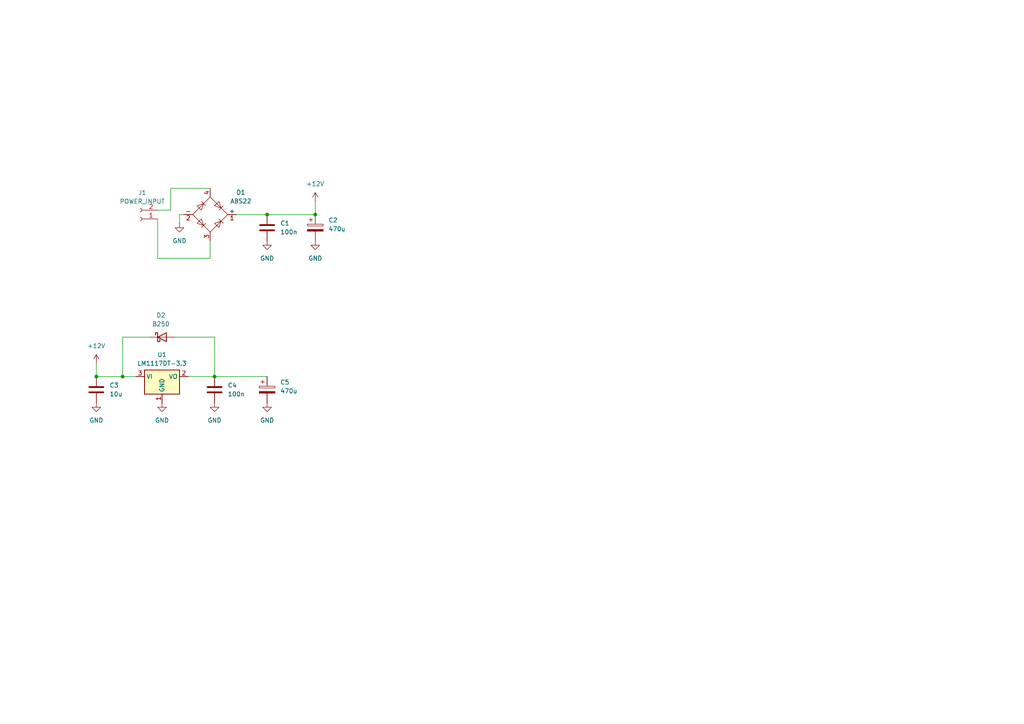
<source format=kicad_sch>
(kicad_sch (version 20231120) (generator "eeschema") (generator_version "8.0")
  (paper "A4")
  (lib_symbols
    (symbol "Connector:Conn_01x02_Socket" (pin_names (offset 1.016) hide)
      (property "Reference" "J" (at 0 2.54 0))
      (property "Value" "Conn_01x02_Socket" (at 0 -5.08 0))
      (symbol "Conn_01x02_Socket_1_1"
        (arc (start 0 -2.032) (mid -0.5058 -2.54) (end 0 -3.048) (stroke (width 0.1524)))
        (polyline (pts (xy -1.27 -2.54) (xy -0.508 -2.54)) (stroke (width 0.1524)))
        (polyline (pts (xy -1.27 0) (xy -0.508 0)) (stroke (width 0.1524)))
        (arc (start 0 0.508) (mid -0.5058 0) (end 0 -0.508) (stroke (width 0.1524)))
        (pin passive line (at -5.08 0 0) (length 3.81) (name "Pin_1") (number "1"))
        (pin passive line (at -5.08 -2.54 0) (length 3.81) (name "Pin_2") (number "2"))
      )
    )
    (symbol "Device:C" (pin_numbers hide) (pin_names (offset 0.254))
      (property "Reference" "C" (at 0.635 2.54 0))
      (property "Value" "C" (at 0.635 -2.54 0))
      (symbol "C_0_1"
        (polyline (pts (xy -2.032 -0.762) (xy 2.032 -0.762)) (stroke (width 0.508)))
        (polyline (pts (xy -2.032 0.762) (xy 2.032 0.762)) (stroke (width 0.508)))
      )
      (symbol "C_1_1"
        (pin passive line (at 0 3.81 270) (length 2.794) (name "~") (number "1"))
        (pin passive line (at 0 -3.81 90) (length 2.794) (name "~") (number "2"))
      )
    )
    (symbol "Device:C_Polarized" (pin_numbers hide) (pin_names (offset 0.254))
      (property "Reference" "C" (at 0.635 2.54 0))
      (property "Value" "C_Polarized" (at 0.635 -2.54 0))
      (symbol "C_Polarized_0_1"
        (rectangle (start -2.286 0.508) (end 2.286 1.016))
        (polyline (pts (xy -1.778 2.286) (xy -0.762 2.286)))
        (polyline (pts (xy -1.27 2.794) (xy -1.27 1.778)))
        (rectangle (start 2.286 -0.508) (end -2.286 -1.016) (fill (type outline)))
      )
      (symbol "C_Polarized_1_1"
        (pin passive line (at 0 3.81 270) (length 2.794) (name "~") (number "1"))
        (pin passive line (at 0 -3.81 90) (length 2.794) (name "~") (number "2"))
      )
    )
    (symbol "Diode:B250" (pin_numbers hide) (pin_names (offset 1.016) hide)
      (property "Reference" "D" (at 0 2.54 0))
      (property "Value" "B250" (at 0 -2.54 0))
      (symbol "B250_0_1"
        (polyline (pts (xy 1.27 0) (xy -1.27 0)))
        (polyline (pts (xy 1.27 1.27) (xy 1.27 -1.27) (xy -1.27 0) (xy 1.27 1.27)) (stroke (width 0.254)))
        (polyline (pts (xy -1.905 0.635) (xy -1.905 1.27) (xy -1.27 1.27) (xy -1.27 -1.27) (xy -0.635 -1.27) (xy -0.635 -0.635)) (stroke (width 0.254)))
      )
      (symbol "B250_1_1"
        (pin passive line (at -3.81 0 0) (length 2.54) (name "K") (number "1"))
        (pin passive line (at 3.81 0 180) (length 2.54) (name "A") (number "2"))
      )
    )
    (symbol "Diode_Bridge:ABS2" (pin_names (offset 0))
      (property "Reference" "D" (at 2.54 6.985 0))
      (property "Value" "ABS2" (at 2.54 5.08 0))
      (symbol "ABS2_0_1"
        (polyline (pts (xy -2.54 3.81) (xy -1.27 2.54)))
        (polyline (pts (xy -1.27 -2.54) (xy -2.54 -3.81)))
        (polyline (pts (xy 2.54 -1.27) (xy 3.81 -2.54)))
        (polyline (pts (xy 2.54 1.27) (xy 3.81 2.54)))
        (polyline (pts (xy -3.81 2.54) (xy -2.54 1.27) (xy -1.905 3.175) (xy -3.81 2.54)))
        (polyline (pts (xy -2.54 -1.27) (xy -3.81 -2.54) (xy -1.905 -3.175) (xy -2.54 -1.27)))
        (polyline (pts (xy 1.27 2.54) (xy 2.54 3.81) (xy 3.175 1.905) (xy 1.27 2.54)))
        (polyline (pts (xy 3.175 -1.905) (xy 1.27 -2.54) (xy 2.54 -3.81) (xy 3.175 -1.905)))
        (polyline (pts (xy -5.08 0) (xy 0 -5.08) (xy 5.08 0) (xy 0 5.08) (xy -5.08 0)))
      )
      (symbol "ABS2_1_1"
        (pin passive line (at 7.62 0 180) (length 2.54) (name "+") (number "1"))
        (pin passive line (at -7.62 0 0) (length 2.54) (name "-") (number "2"))
        (pin passive line (at 0 -7.62 90) (length 2.54) (name "~") (number "3"))
        (pin passive line (at 0 7.62 270) (length 2.54) (name "~") (number "4"))
      )
    )
    (symbol "Regulator_Linear:LM1117DT-3.3"
      (property "Reference" "U" (at -3.81 3.175 0))
      (property "Value" "LM1117DT-3.3" (at 0 3.175 0))
      (symbol "LM1117DT-3.3_0_1"
        (rectangle (start -5.08 -5.08) (end 5.08 1.905) (stroke (width 0.254)) (fill (type background)))
      )
      (symbol "LM1117DT-3.3_1_1"
        (pin power_in line (at 0 -7.62 90) (length 2.54) (name "GND") (number "1"))
        (pin power_out line (at 7.62 0 180) (length 2.54) (name "VO") (number "2"))
        (pin power_in line (at -7.62 0 0) (length 2.54) (name "VI") (number "3"))
      )
    )
    (symbol "power:+12V" (power) (pin_numbers hide) (pin_names (offset 0) hide)
      (property "Value" "+12V" (at 0 3.556 0))
      (symbol "+12V_0_1"
        (polyline (pts (xy -0.762 1.27) (xy 0 2.54)))
        (polyline (pts (xy 0 0) (xy 0 2.54)))
        (polyline (pts (xy 0 2.54) (xy 0.762 1.27)))
      )
      (symbol "+12V_1_1"
        (pin power_in line (at 0 0 90) (length 0) (name "~") (number "1"))
      )
    )
    (symbol "power:GND" (power) (pin_numbers hide) (pin_names (offset 0) hide)
      (property "Value" "GND" (at 0 -3.81 0))
      (symbol "GND_0_1"
        (polyline (pts (xy 0 0) (xy 0 -1.27) (xy 1.27 -1.27) (xy 0 -2.54) (xy -1.27 -1.27) (xy 0 -1.27)))
      )
      (symbol "GND_1_1"
        (pin power_in line (at 0 0 270) (length 0) (name "~") (number "1"))
      )
    )
  )
  (junction (at 35.56 109.22))
  (junction (at 77.47 62.23))
  (junction (at 62.23 109.22))
  (junction (at 27.94 109.22))
  (junction (at 91.44 62.23))
  (wire (pts (xy 35.56 109.22) (xy 39.37 109.22)))
  (wire (pts (xy 52.07 64.77) (xy 52.07 62.23)))
  (wire (pts (xy 27.94 109.22) (xy 35.56 109.22)))
  (wire (pts (xy 49.53 60.96) (xy 49.53 54.61)))
  (wire (pts (xy 60.96 74.93) (xy 45.72 74.93)))
  (wire (pts (xy 77.47 109.22) (xy 62.23 109.22)))
  (wire (pts (xy 43.18 97.79) (xy 35.56 97.79)))
  (wire (pts (xy 27.94 105.41) (xy 27.94 109.22)))
  (wire (pts (xy 77.47 62.23) (xy 68.58 62.23)))
  (wire (pts (xy 91.44 62.23) (xy 77.47 62.23)))
  (wire (pts (xy 49.53 54.61) (xy 60.96 54.61)))
  (wire (pts (xy 60.96 74.93) (xy 60.96 69.85)))
  (wire (pts (xy 52.07 62.23) (xy 53.34 62.23)))
  (wire (pts (xy 35.56 97.79) (xy 35.56 109.22)))
  (wire (pts (xy 91.44 58.42) (xy 91.44 62.23)))
  (wire (pts (xy 50.8 97.79) (xy 62.23 97.79)))
  (wire (pts (xy 62.23 109.22) (xy 54.61 109.22)))
  (wire (pts (xy 45.72 60.96) (xy 49.53 60.96)))
  (wire (pts (xy 45.72 74.93) (xy 45.72 63.5)))
  (wire (pts (xy 62.23 97.79) (xy 62.23 109.22)))
  (symbol (lib_id "Device:C") (at 77.47 66.04 0) (unit 1)
    (property "Reference" "C1" (at 81.28 64.7699 0) (effects (justify left)))
    (property "Value" "100n" (at 81.28 67.3099 0) (effects (justify left)))
    (property "Footprint" "Capacitor_SMD:C_0805_2012Metric_Pad1.18x1.45mm_HandSolder" (effects (hide yes)))
    (property "Description" "Unpolarized capacitor" (effects (hide yes)))
  )
  (symbol (lib_id "power:GND") (at 62.23 116.84 0) (unit 1)
    (property "Reference" "#PWR06" (effects (hide yes)))
    (property "Value" "GND" (at 62.23 121.92 0))
    (property "Description" "Power symbol creates a global label with name \"GND\" , ground" (effects (hide yes)))
  )
  (symbol (lib_id "power:GND") (at 46.99 116.84 0) (unit 1)
    (property "Reference" "#PWR08" (effects (hide yes)))
    (property "Value" "GND" (at 46.99 121.92 0))
    (property "Description" "Power symbol creates a global label with name \"GND\" , ground" (effects (hide yes)))
  )
  (symbol (lib_id "Device:C_Polarized") (at 91.44 66.04 0) (unit 1)
    (property "Reference" "C2" (at 95.25 63.8809 0) (effects (justify left)))
    (property "Value" "470u" (at 95.25 66.4209 0) (effects (justify left)))
    (property "Footprint" "Capacitor_SMD:CP_Elec_8x10.5" (effects (hide yes)))
    (property "Description" "Polarized capacitor" (effects (hide yes)))
  )
  (symbol (lib_id "power:GND") (at 77.47 116.84 0) (unit 1)
    (property "Reference" "#PWR07" (effects (hide yes)))
    (property "Value" "GND" (at 77.47 121.92 0))
    (property "Description" "Power symbol creates a global label with name \"GND\" , ground" (effects (hide yes)))
  )
  (symbol (lib_id "power:GND") (at 52.07 64.77 0) (unit 1)
    (property "Reference" "#PWR01" (effects (hide yes)))
    (property "Value" "GND" (at 52.07 69.85 0))
    (property "Description" "Power symbol creates a global label with name \"GND\" , ground" (effects (hide yes)))
  )
  (symbol (lib_id "Device:C") (at 62.23 113.03 0) (unit 1)
    (property "Reference" "C4" (at 66.04 111.7599 0) (effects (justify left)))
    (property "Value" "100n" (at 66.04 114.2999 0) (effects (justify left)))
    (property "Footprint" "Capacitor_SMD:C_0805_2012Metric_Pad1.18x1.45mm_HandSolder" (effects (hide yes)))
    (property "Description" "Unpolarized capacitor" (effects (hide yes)))
  )
  (symbol (lib_id "power:GND") (at 91.44 69.85 0) (unit 1)
    (property "Reference" "#PWR04" (effects (hide yes)))
    (property "Value" "GND" (at 91.44 74.93 0))
    (property "Description" "Power symbol creates a global label with name \"GND\" , ground" (effects (hide yes)))
  )
  (symbol (lib_id "power:GND") (at 27.94 116.84 0) (unit 1)
    (property "Reference" "#PWR05" (effects (hide yes)))
    (property "Value" "GND" (at 27.94 121.92 0))
    (property "Description" "Power symbol creates a global label with name \"GND\" , ground" (effects (hide yes)))
  )
  (symbol (lib_id "Diode_Bridge:ABS2") (at 60.96 62.23 0) (unit 1)
    (property "Reference" "D1" (at 69.85 55.8098 0))
    (property "Value" "ABS22" (at 69.85 58.3498 0))
    (property "Footprint" "Diode_THT:Diode_Bridge_Round_D9.8mm" (effects (hide yes)))
    (property "Datasheet" "https://diotec.com/tl_files/diotec/files/pdf/datasheets/abs2.pdf" (effects (hide yes)))
    (property "Description" "Miniature Glass Passivated Single-Phase Surface Mount Bridge Rectifiers, 140V Vrms, 0.8A If, ABS SMD package" (effects (hide yes)))
  )
  (symbol (lib_id "power:+12V") (at 27.94 105.41 0) (unit 1)
    (property "Reference" "#PWR09" (effects (hide yes)))
    (property "Value" "+12V" (at 27.94 100.33 0))
    (property "Description" "Power symbol creates a global label with name \"+12V\"" (effects (hide yes)))
  )
  (symbol (lib_id "Device:C") (at 27.94 113.03 0) (unit 1)
    (property "Reference" "C3" (at 31.75 111.7599 0) (effects (justify left)))
    (property "Value" "10u" (at 31.75 114.2999 0) (effects (justify left)))
    (property "Footprint" "Capacitor_SMD:C_0805_2012Metric_Pad1.18x1.45mm_HandSolder" (effects (hide yes)))
    (property "Description" "Unpolarized capacitor" (effects (hide yes)))
  )
  (symbol (lib_id "power:+12V") (at 91.44 58.42 0) (unit 1)
    (property "Reference" "#PWR02" (effects (hide yes)))
    (property "Value" "+12V" (at 91.44 53.34 0))
    (property "Description" "Power symbol creates a global label with name \"+12V\"" (effects (hide yes)))
  )
  (symbol (lib_id "Regulator_Linear:LM1117DT-3.3") (at 46.99 109.22 0) (unit 1)
    (property "Reference" "U1" (at 46.99 102.87 0))
    (property "Value" "LM1117DT-3.3" (at 46.99 105.41 0))
    (property "Footprint" "Package_TO_SOT_SMD:TO-252-2" (effects (hide yes)))
    (property "Datasheet" "http://www.ti.com/lit/ds/symlink/lm1117.pdf" (effects (hide yes)))
    (property "Description" "800mA Low-Dropout Linear Regulator, 3.3V fixed output, TO-252" (effects (hide yes)))
  )
  (symbol (lib_id "Diode:B250") (at 46.99 97.79 0) (unit 1)
    (property "Reference" "D2" (at 46.6725 91.44 0))
    (property "Value" "B250" (at 46.6725 93.98 0))
    (property "Footprint" "Diode_SMD:D_3220_8050Metric_Pad2.65x5.15mm_HandSolder" (effects (hide yes)))
    (property "Datasheet" "http://www.jameco.com/Jameco/Products/ProdDS/1538777.pdf" (effects (hide yes)))
    (property "Description" "50V 2A Schottky Barrier Rectifier Diode, SMB" (effects (hide yes)))
  )
  (symbol (lib_id "Connector:Conn_01x02_Socket") (at 40.64 63.5 180) (unit 1)
    (property "Reference" "J1" (at 41.275 55.88 0))
    (property "Value" "POWER_INPUT" (at 41.275 58.42 0))
    (property "Footprint" "Connector:JWT_A3963_1x02_P3.96mm_Vertical" (effects (hide yes)))
    (property "Description" "Generic connector, single row, 01x02, script generated" (effects (hide yes)))
  )
  (symbol (lib_id "Device:C_Polarized") (at 77.47 113.03 0) (unit 1)
    (property "Reference" "C5" (at 81.28 110.8709 0) (effects (justify left)))
    (property "Value" "470u" (at 81.28 113.4109 0) (effects (justify left)))
    (property "Footprint" "Capacitor_SMD:CP_Elec_6.3x5.3" (effects (hide yes)))
    (property "Description" "Polarized capacitor" (effects (hide yes)))
  )
  (symbol (lib_id "power:GND") (at 77.47 69.85 0) (unit 1)
    (property "Reference" "#PWR03" (effects (hide yes)))
    (property "Value" "GND" (at 77.47 74.93 0))
    (property "Description" "Power symbol creates a global label with name \"GND\" , ground" (effects (hide yes)))
  )
)
</source>
